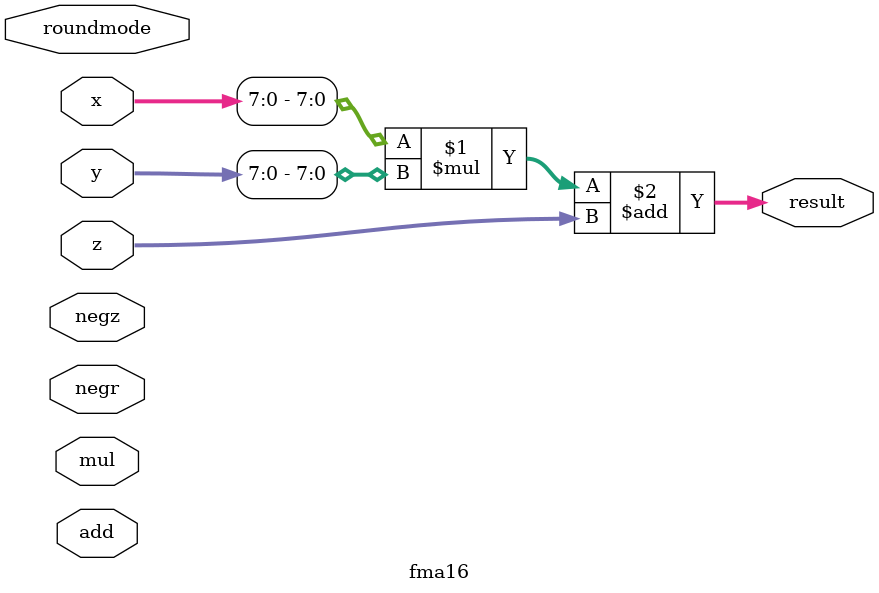
<source format=sv>
module fma16 (x, y, z, mul, add, negr, negz,
	      roundmode, result);
   
   input logic [15:0]  x, y, z;   
   input logic 	       mul, add, negr, negz;
   input logic [1:0]   roundmode;
   
   output logic [15:0] result;

   // Example (not fma)
   assign result = x[7:0]*y[7:0] + z;   
 
endmodule


</source>
